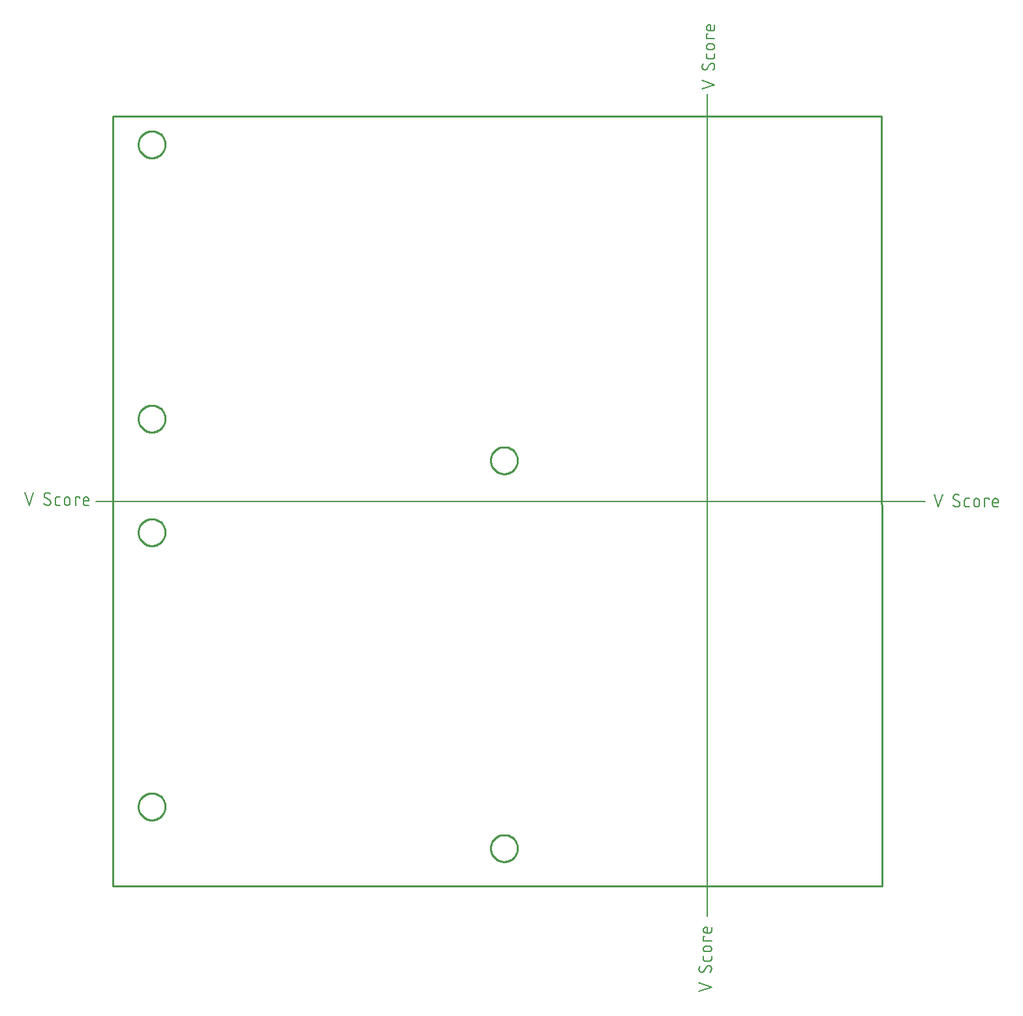
<source format=gbr>
G04 EAGLE Gerber RS-274X export*
G75*
%MOMM*%
%FSLAX34Y34*%
%LPD*%
%IN*%
%IPPOS*%
%AMOC8*
5,1,8,0,0,1.08239X$1,22.5*%
G01*
%ADD10C,0.200000*%
%ADD11C,0.152400*%
%ADD12C,0.254000*%


D10*
X-22000Y500000D02*
X1054000Y500000D01*
X772000Y1028000D02*
X772000Y-38000D01*
D11*
X777238Y-129819D02*
X760982Y-135238D01*
X760982Y-124401D02*
X777238Y-129819D01*
X777238Y-105469D02*
X777236Y-105351D01*
X777230Y-105233D01*
X777221Y-105115D01*
X777207Y-104998D01*
X777190Y-104881D01*
X777169Y-104764D01*
X777144Y-104649D01*
X777115Y-104534D01*
X777082Y-104420D01*
X777046Y-104308D01*
X777006Y-104197D01*
X776963Y-104087D01*
X776916Y-103978D01*
X776866Y-103871D01*
X776811Y-103766D01*
X776754Y-103663D01*
X776693Y-103562D01*
X776629Y-103462D01*
X776562Y-103365D01*
X776492Y-103270D01*
X776418Y-103178D01*
X776342Y-103087D01*
X776262Y-103000D01*
X776180Y-102915D01*
X776095Y-102833D01*
X776008Y-102753D01*
X775917Y-102677D01*
X775825Y-102603D01*
X775730Y-102533D01*
X775633Y-102466D01*
X775533Y-102402D01*
X775432Y-102341D01*
X775329Y-102284D01*
X775224Y-102229D01*
X775117Y-102179D01*
X775008Y-102132D01*
X774898Y-102089D01*
X774787Y-102049D01*
X774675Y-102013D01*
X774561Y-101980D01*
X774446Y-101951D01*
X774331Y-101926D01*
X774214Y-101905D01*
X774097Y-101888D01*
X773980Y-101874D01*
X773862Y-101865D01*
X773744Y-101859D01*
X773626Y-101857D01*
X777238Y-105469D02*
X777236Y-105652D01*
X777229Y-105834D01*
X777218Y-106016D01*
X777203Y-106198D01*
X777183Y-106380D01*
X777159Y-106561D01*
X777131Y-106741D01*
X777099Y-106921D01*
X777062Y-107100D01*
X777021Y-107277D01*
X776975Y-107454D01*
X776926Y-107630D01*
X776872Y-107805D01*
X776814Y-107978D01*
X776752Y-108149D01*
X776686Y-108320D01*
X776615Y-108488D01*
X776541Y-108655D01*
X776463Y-108820D01*
X776381Y-108983D01*
X776295Y-109144D01*
X776205Y-109303D01*
X776111Y-109460D01*
X776014Y-109614D01*
X775913Y-109766D01*
X775808Y-109916D01*
X775700Y-110063D01*
X775589Y-110207D01*
X775474Y-110349D01*
X775355Y-110488D01*
X775233Y-110624D01*
X775108Y-110757D01*
X774980Y-110887D01*
X764594Y-110437D02*
X764476Y-110435D01*
X764358Y-110429D01*
X764240Y-110420D01*
X764122Y-110406D01*
X764005Y-110389D01*
X763889Y-110368D01*
X763774Y-110343D01*
X763659Y-110314D01*
X763545Y-110281D01*
X763433Y-110245D01*
X763321Y-110205D01*
X763211Y-110162D01*
X763103Y-110115D01*
X762996Y-110064D01*
X762891Y-110010D01*
X762788Y-109953D01*
X762686Y-109892D01*
X762587Y-109828D01*
X762490Y-109761D01*
X762395Y-109690D01*
X762302Y-109617D01*
X762212Y-109540D01*
X762124Y-109461D01*
X762039Y-109379D01*
X761957Y-109294D01*
X761878Y-109206D01*
X761801Y-109116D01*
X761728Y-109023D01*
X761657Y-108929D01*
X761590Y-108831D01*
X761526Y-108732D01*
X761465Y-108631D01*
X761408Y-108527D01*
X761354Y-108422D01*
X761303Y-108315D01*
X761256Y-108207D01*
X761213Y-108097D01*
X761173Y-107985D01*
X761137Y-107873D01*
X761104Y-107759D01*
X761075Y-107644D01*
X761050Y-107529D01*
X761029Y-107413D01*
X761012Y-107296D01*
X760998Y-107178D01*
X760989Y-107060D01*
X760983Y-106942D01*
X760981Y-106824D01*
X760982Y-106824D02*
X760984Y-106663D01*
X760990Y-106501D01*
X760999Y-106340D01*
X761013Y-106179D01*
X761030Y-106019D01*
X761051Y-105859D01*
X761076Y-105699D01*
X761105Y-105540D01*
X761137Y-105382D01*
X761173Y-105225D01*
X761213Y-105069D01*
X761257Y-104913D01*
X761305Y-104759D01*
X761356Y-104606D01*
X761410Y-104454D01*
X761469Y-104303D01*
X761530Y-104154D01*
X761596Y-104007D01*
X761665Y-103861D01*
X761737Y-103716D01*
X761813Y-103574D01*
X761892Y-103433D01*
X761974Y-103294D01*
X762060Y-103158D01*
X762149Y-103023D01*
X762241Y-102890D01*
X762337Y-102760D01*
X767755Y-108631D02*
X767693Y-108732D01*
X767628Y-108832D01*
X767559Y-108929D01*
X767487Y-109024D01*
X767413Y-109117D01*
X767335Y-109207D01*
X767254Y-109295D01*
X767171Y-109380D01*
X767085Y-109462D01*
X766996Y-109541D01*
X766905Y-109618D01*
X766811Y-109691D01*
X766715Y-109762D01*
X766617Y-109829D01*
X766517Y-109893D01*
X766414Y-109954D01*
X766310Y-110011D01*
X766204Y-110065D01*
X766096Y-110115D01*
X765987Y-110162D01*
X765876Y-110206D01*
X765764Y-110246D01*
X765650Y-110282D01*
X765536Y-110314D01*
X765420Y-110343D01*
X765304Y-110368D01*
X765187Y-110389D01*
X765069Y-110406D01*
X764951Y-110420D01*
X764832Y-110429D01*
X764713Y-110435D01*
X764594Y-110437D01*
X770465Y-103663D02*
X770527Y-103562D01*
X770592Y-103462D01*
X770661Y-103365D01*
X770733Y-103270D01*
X770807Y-103177D01*
X770885Y-103087D01*
X770966Y-102999D01*
X771049Y-102914D01*
X771135Y-102832D01*
X771224Y-102753D01*
X771315Y-102676D01*
X771409Y-102603D01*
X771505Y-102532D01*
X771603Y-102465D01*
X771703Y-102401D01*
X771806Y-102340D01*
X771910Y-102283D01*
X772016Y-102229D01*
X772124Y-102179D01*
X772233Y-102132D01*
X772344Y-102088D01*
X772456Y-102048D01*
X772570Y-102012D01*
X772684Y-101980D01*
X772800Y-101951D01*
X772916Y-101926D01*
X773033Y-101905D01*
X773151Y-101888D01*
X773269Y-101874D01*
X773388Y-101865D01*
X773507Y-101859D01*
X773626Y-101857D01*
X770465Y-103663D02*
X767755Y-108630D01*
X777238Y-93190D02*
X777238Y-89578D01*
X777238Y-93190D02*
X777236Y-93291D01*
X777230Y-93392D01*
X777221Y-93493D01*
X777208Y-93594D01*
X777191Y-93694D01*
X777170Y-93793D01*
X777146Y-93891D01*
X777118Y-93988D01*
X777086Y-94085D01*
X777051Y-94180D01*
X777012Y-94273D01*
X776970Y-94365D01*
X776924Y-94456D01*
X776875Y-94545D01*
X776823Y-94631D01*
X776767Y-94716D01*
X776709Y-94799D01*
X776647Y-94879D01*
X776582Y-94957D01*
X776515Y-95033D01*
X776445Y-95106D01*
X776372Y-95176D01*
X776296Y-95243D01*
X776218Y-95308D01*
X776138Y-95370D01*
X776055Y-95428D01*
X775970Y-95484D01*
X775884Y-95536D01*
X775795Y-95585D01*
X775704Y-95631D01*
X775612Y-95673D01*
X775519Y-95712D01*
X775424Y-95747D01*
X775327Y-95779D01*
X775230Y-95807D01*
X775132Y-95831D01*
X775033Y-95852D01*
X774933Y-95869D01*
X774832Y-95882D01*
X774731Y-95891D01*
X774630Y-95897D01*
X774529Y-95899D01*
X769110Y-95899D01*
X769009Y-95897D01*
X768908Y-95891D01*
X768807Y-95882D01*
X768706Y-95869D01*
X768606Y-95852D01*
X768507Y-95831D01*
X768409Y-95807D01*
X768312Y-95779D01*
X768215Y-95747D01*
X768120Y-95712D01*
X768027Y-95673D01*
X767935Y-95631D01*
X767844Y-95585D01*
X767756Y-95536D01*
X767669Y-95484D01*
X767584Y-95428D01*
X767501Y-95370D01*
X767421Y-95308D01*
X767343Y-95243D01*
X767267Y-95176D01*
X767194Y-95106D01*
X767124Y-95033D01*
X767057Y-94957D01*
X766992Y-94879D01*
X766930Y-94799D01*
X766872Y-94716D01*
X766816Y-94631D01*
X766764Y-94545D01*
X766715Y-94456D01*
X766669Y-94365D01*
X766627Y-94273D01*
X766588Y-94180D01*
X766553Y-94085D01*
X766521Y-93988D01*
X766493Y-93891D01*
X766469Y-93793D01*
X766448Y-93694D01*
X766431Y-93594D01*
X766418Y-93493D01*
X766409Y-93392D01*
X766403Y-93291D01*
X766401Y-93190D01*
X766401Y-89578D01*
X770013Y-83933D02*
X773626Y-83933D01*
X770013Y-83932D02*
X769894Y-83930D01*
X769774Y-83924D01*
X769655Y-83914D01*
X769537Y-83900D01*
X769418Y-83883D01*
X769301Y-83861D01*
X769184Y-83836D01*
X769069Y-83806D01*
X768954Y-83773D01*
X768840Y-83736D01*
X768728Y-83696D01*
X768617Y-83651D01*
X768508Y-83603D01*
X768400Y-83552D01*
X768294Y-83497D01*
X768190Y-83438D01*
X768088Y-83376D01*
X767988Y-83311D01*
X767890Y-83242D01*
X767794Y-83170D01*
X767701Y-83095D01*
X767611Y-83018D01*
X767523Y-82937D01*
X767438Y-82853D01*
X767356Y-82766D01*
X767276Y-82677D01*
X767200Y-82585D01*
X767126Y-82491D01*
X767056Y-82394D01*
X766989Y-82296D01*
X766925Y-82195D01*
X766865Y-82091D01*
X766808Y-81986D01*
X766755Y-81879D01*
X766705Y-81771D01*
X766659Y-81661D01*
X766617Y-81549D01*
X766578Y-81436D01*
X766543Y-81322D01*
X766512Y-81207D01*
X766484Y-81090D01*
X766461Y-80973D01*
X766441Y-80856D01*
X766425Y-80737D01*
X766413Y-80618D01*
X766405Y-80499D01*
X766401Y-80380D01*
X766401Y-80260D01*
X766405Y-80141D01*
X766413Y-80022D01*
X766425Y-79903D01*
X766441Y-79784D01*
X766461Y-79667D01*
X766484Y-79550D01*
X766512Y-79433D01*
X766543Y-79318D01*
X766578Y-79204D01*
X766617Y-79091D01*
X766659Y-78979D01*
X766705Y-78869D01*
X766755Y-78761D01*
X766808Y-78654D01*
X766865Y-78549D01*
X766925Y-78445D01*
X766989Y-78344D01*
X767056Y-78246D01*
X767126Y-78149D01*
X767200Y-78055D01*
X767276Y-77963D01*
X767356Y-77874D01*
X767438Y-77787D01*
X767523Y-77703D01*
X767611Y-77622D01*
X767701Y-77545D01*
X767794Y-77470D01*
X767890Y-77398D01*
X767988Y-77329D01*
X768088Y-77264D01*
X768190Y-77202D01*
X768294Y-77143D01*
X768400Y-77088D01*
X768508Y-77037D01*
X768617Y-76989D01*
X768728Y-76944D01*
X768840Y-76904D01*
X768954Y-76867D01*
X769069Y-76834D01*
X769184Y-76804D01*
X769301Y-76779D01*
X769418Y-76757D01*
X769537Y-76740D01*
X769655Y-76726D01*
X769774Y-76716D01*
X769894Y-76710D01*
X770013Y-76708D01*
X773626Y-76708D01*
X773745Y-76710D01*
X773865Y-76716D01*
X773984Y-76726D01*
X774102Y-76740D01*
X774221Y-76757D01*
X774338Y-76779D01*
X774455Y-76804D01*
X774570Y-76834D01*
X774685Y-76867D01*
X774799Y-76904D01*
X774911Y-76944D01*
X775022Y-76989D01*
X775131Y-77037D01*
X775239Y-77088D01*
X775345Y-77143D01*
X775449Y-77202D01*
X775551Y-77264D01*
X775651Y-77329D01*
X775749Y-77398D01*
X775845Y-77470D01*
X775938Y-77545D01*
X776028Y-77622D01*
X776116Y-77703D01*
X776201Y-77787D01*
X776283Y-77874D01*
X776363Y-77963D01*
X776439Y-78055D01*
X776513Y-78149D01*
X776583Y-78246D01*
X776650Y-78344D01*
X776714Y-78445D01*
X776774Y-78549D01*
X776831Y-78654D01*
X776884Y-78761D01*
X776934Y-78869D01*
X776980Y-78979D01*
X777022Y-79091D01*
X777061Y-79204D01*
X777096Y-79318D01*
X777127Y-79433D01*
X777155Y-79550D01*
X777178Y-79667D01*
X777198Y-79784D01*
X777214Y-79903D01*
X777226Y-80022D01*
X777234Y-80141D01*
X777238Y-80260D01*
X777238Y-80380D01*
X777234Y-80499D01*
X777226Y-80618D01*
X777214Y-80737D01*
X777198Y-80856D01*
X777178Y-80973D01*
X777155Y-81090D01*
X777127Y-81207D01*
X777096Y-81322D01*
X777061Y-81436D01*
X777022Y-81549D01*
X776980Y-81661D01*
X776934Y-81771D01*
X776884Y-81879D01*
X776831Y-81986D01*
X776774Y-82091D01*
X776714Y-82195D01*
X776650Y-82296D01*
X776583Y-82394D01*
X776513Y-82491D01*
X776439Y-82585D01*
X776363Y-82677D01*
X776283Y-82766D01*
X776201Y-82853D01*
X776116Y-82937D01*
X776028Y-83018D01*
X775938Y-83095D01*
X775845Y-83170D01*
X775749Y-83242D01*
X775651Y-83311D01*
X775551Y-83376D01*
X775449Y-83438D01*
X775345Y-83497D01*
X775239Y-83552D01*
X775131Y-83603D01*
X775022Y-83651D01*
X774911Y-83696D01*
X774799Y-83736D01*
X774685Y-83773D01*
X774570Y-83806D01*
X774455Y-83836D01*
X774338Y-83861D01*
X774221Y-83883D01*
X774102Y-83900D01*
X773984Y-83914D01*
X773865Y-83924D01*
X773745Y-83930D01*
X773626Y-83932D01*
X777238Y-69780D02*
X766401Y-69780D01*
X766401Y-64361D01*
X768207Y-64361D01*
X777238Y-56735D02*
X777238Y-52219D01*
X777238Y-56735D02*
X777236Y-56836D01*
X777230Y-56937D01*
X777221Y-57038D01*
X777208Y-57139D01*
X777191Y-57239D01*
X777170Y-57338D01*
X777146Y-57436D01*
X777118Y-57533D01*
X777086Y-57630D01*
X777051Y-57725D01*
X777012Y-57818D01*
X776970Y-57910D01*
X776924Y-58001D01*
X776875Y-58090D01*
X776823Y-58176D01*
X776767Y-58261D01*
X776709Y-58344D01*
X776647Y-58424D01*
X776582Y-58502D01*
X776515Y-58578D01*
X776445Y-58651D01*
X776372Y-58721D01*
X776296Y-58788D01*
X776218Y-58853D01*
X776138Y-58915D01*
X776055Y-58973D01*
X775970Y-59029D01*
X775884Y-59081D01*
X775795Y-59130D01*
X775704Y-59176D01*
X775612Y-59218D01*
X775519Y-59257D01*
X775424Y-59292D01*
X775327Y-59324D01*
X775230Y-59352D01*
X775132Y-59376D01*
X775033Y-59397D01*
X774933Y-59414D01*
X774832Y-59427D01*
X774731Y-59436D01*
X774630Y-59442D01*
X774529Y-59444D01*
X770013Y-59444D01*
X769894Y-59442D01*
X769774Y-59436D01*
X769655Y-59426D01*
X769537Y-59412D01*
X769418Y-59395D01*
X769301Y-59373D01*
X769184Y-59348D01*
X769069Y-59318D01*
X768954Y-59285D01*
X768840Y-59248D01*
X768728Y-59208D01*
X768617Y-59163D01*
X768508Y-59115D01*
X768400Y-59064D01*
X768294Y-59009D01*
X768190Y-58950D01*
X768088Y-58888D01*
X767988Y-58823D01*
X767890Y-58754D01*
X767794Y-58682D01*
X767701Y-58607D01*
X767611Y-58530D01*
X767523Y-58449D01*
X767438Y-58365D01*
X767356Y-58278D01*
X767276Y-58189D01*
X767200Y-58097D01*
X767126Y-58003D01*
X767056Y-57906D01*
X766989Y-57808D01*
X766925Y-57707D01*
X766865Y-57603D01*
X766808Y-57498D01*
X766755Y-57391D01*
X766705Y-57283D01*
X766659Y-57173D01*
X766617Y-57061D01*
X766578Y-56948D01*
X766543Y-56834D01*
X766512Y-56719D01*
X766484Y-56602D01*
X766461Y-56485D01*
X766441Y-56368D01*
X766425Y-56249D01*
X766413Y-56130D01*
X766405Y-56011D01*
X766401Y-55892D01*
X766401Y-55772D01*
X766405Y-55653D01*
X766413Y-55534D01*
X766425Y-55415D01*
X766441Y-55296D01*
X766461Y-55179D01*
X766484Y-55062D01*
X766512Y-54945D01*
X766543Y-54830D01*
X766578Y-54716D01*
X766617Y-54603D01*
X766659Y-54491D01*
X766705Y-54381D01*
X766755Y-54273D01*
X766808Y-54166D01*
X766865Y-54061D01*
X766925Y-53957D01*
X766989Y-53856D01*
X767056Y-53758D01*
X767126Y-53661D01*
X767200Y-53567D01*
X767276Y-53475D01*
X767356Y-53386D01*
X767438Y-53299D01*
X767523Y-53215D01*
X767611Y-53134D01*
X767701Y-53057D01*
X767794Y-52982D01*
X767890Y-52910D01*
X767988Y-52841D01*
X768088Y-52776D01*
X768190Y-52714D01*
X768294Y-52655D01*
X768400Y-52600D01*
X768508Y-52549D01*
X768617Y-52501D01*
X768728Y-52456D01*
X768840Y-52416D01*
X768954Y-52379D01*
X769069Y-52346D01*
X769184Y-52316D01*
X769301Y-52291D01*
X769418Y-52269D01*
X769537Y-52252D01*
X769655Y-52238D01*
X769774Y-52228D01*
X769894Y-52222D01*
X770013Y-52220D01*
X770013Y-52219D02*
X771819Y-52219D01*
X771819Y-59444D01*
X764982Y1034762D02*
X781238Y1040181D01*
X764982Y1045599D01*
X781238Y1064531D02*
X781236Y1064649D01*
X781230Y1064767D01*
X781221Y1064885D01*
X781207Y1065002D01*
X781190Y1065119D01*
X781169Y1065236D01*
X781144Y1065351D01*
X781115Y1065466D01*
X781082Y1065580D01*
X781046Y1065692D01*
X781006Y1065803D01*
X780963Y1065913D01*
X780916Y1066022D01*
X780866Y1066129D01*
X780811Y1066234D01*
X780754Y1066337D01*
X780693Y1066438D01*
X780629Y1066538D01*
X780562Y1066635D01*
X780492Y1066730D01*
X780418Y1066822D01*
X780342Y1066913D01*
X780262Y1067000D01*
X780180Y1067085D01*
X780095Y1067167D01*
X780008Y1067247D01*
X779917Y1067323D01*
X779825Y1067397D01*
X779730Y1067467D01*
X779633Y1067534D01*
X779533Y1067598D01*
X779432Y1067659D01*
X779329Y1067716D01*
X779224Y1067771D01*
X779117Y1067821D01*
X779008Y1067868D01*
X778898Y1067911D01*
X778787Y1067951D01*
X778675Y1067987D01*
X778561Y1068020D01*
X778446Y1068049D01*
X778331Y1068074D01*
X778214Y1068095D01*
X778097Y1068112D01*
X777980Y1068126D01*
X777862Y1068135D01*
X777744Y1068141D01*
X777626Y1068143D01*
X781238Y1064531D02*
X781236Y1064348D01*
X781229Y1064166D01*
X781218Y1063984D01*
X781203Y1063802D01*
X781183Y1063620D01*
X781160Y1063439D01*
X781131Y1063259D01*
X781099Y1063079D01*
X781062Y1062900D01*
X781021Y1062723D01*
X780975Y1062546D01*
X780926Y1062370D01*
X780872Y1062196D01*
X780814Y1062022D01*
X780752Y1061851D01*
X780686Y1061681D01*
X780615Y1061512D01*
X780541Y1061345D01*
X780463Y1061180D01*
X780381Y1061017D01*
X780295Y1060856D01*
X780205Y1060697D01*
X780111Y1060540D01*
X780014Y1060386D01*
X779913Y1060234D01*
X779808Y1060084D01*
X779700Y1059937D01*
X779589Y1059793D01*
X779474Y1059651D01*
X779355Y1059512D01*
X779233Y1059376D01*
X779108Y1059243D01*
X778980Y1059113D01*
X768594Y1059564D02*
X768476Y1059566D01*
X768358Y1059572D01*
X768240Y1059581D01*
X768123Y1059595D01*
X768006Y1059612D01*
X767889Y1059633D01*
X767774Y1059658D01*
X767659Y1059687D01*
X767545Y1059720D01*
X767433Y1059756D01*
X767322Y1059796D01*
X767212Y1059839D01*
X767103Y1059886D01*
X766996Y1059936D01*
X766891Y1059991D01*
X766788Y1060048D01*
X766687Y1060109D01*
X766587Y1060173D01*
X766490Y1060240D01*
X766395Y1060310D01*
X766303Y1060384D01*
X766212Y1060460D01*
X766125Y1060540D01*
X766040Y1060622D01*
X765958Y1060707D01*
X765878Y1060794D01*
X765802Y1060885D01*
X765728Y1060977D01*
X765658Y1061072D01*
X765591Y1061169D01*
X765527Y1061269D01*
X765466Y1061370D01*
X765409Y1061473D01*
X765354Y1061578D01*
X765304Y1061685D01*
X765257Y1061794D01*
X765214Y1061904D01*
X765174Y1062015D01*
X765138Y1062127D01*
X765105Y1062241D01*
X765076Y1062356D01*
X765051Y1062471D01*
X765030Y1062588D01*
X765013Y1062705D01*
X764999Y1062822D01*
X764990Y1062940D01*
X764984Y1063058D01*
X764982Y1063176D01*
X764984Y1063337D01*
X764990Y1063499D01*
X764999Y1063660D01*
X765013Y1063821D01*
X765030Y1063981D01*
X765051Y1064141D01*
X765076Y1064301D01*
X765105Y1064460D01*
X765137Y1064618D01*
X765173Y1064775D01*
X765213Y1064931D01*
X765257Y1065087D01*
X765305Y1065241D01*
X765356Y1065394D01*
X765410Y1065546D01*
X765469Y1065697D01*
X765530Y1065846D01*
X765596Y1065993D01*
X765665Y1066139D01*
X765737Y1066284D01*
X765813Y1066426D01*
X765892Y1066567D01*
X765974Y1066706D01*
X766060Y1066842D01*
X766149Y1066977D01*
X766241Y1067110D01*
X766337Y1067240D01*
X771755Y1061369D02*
X771693Y1061268D01*
X771628Y1061168D01*
X771559Y1061071D01*
X771487Y1060976D01*
X771413Y1060883D01*
X771335Y1060793D01*
X771254Y1060705D01*
X771171Y1060620D01*
X771085Y1060538D01*
X770996Y1060459D01*
X770905Y1060382D01*
X770811Y1060309D01*
X770715Y1060238D01*
X770617Y1060171D01*
X770517Y1060107D01*
X770414Y1060046D01*
X770310Y1059989D01*
X770204Y1059935D01*
X770096Y1059885D01*
X769987Y1059838D01*
X769876Y1059794D01*
X769764Y1059754D01*
X769650Y1059718D01*
X769536Y1059686D01*
X769420Y1059657D01*
X769304Y1059632D01*
X769187Y1059611D01*
X769069Y1059594D01*
X768951Y1059580D01*
X768832Y1059571D01*
X768713Y1059565D01*
X768594Y1059563D01*
X774465Y1066337D02*
X774527Y1066438D01*
X774592Y1066538D01*
X774661Y1066635D01*
X774733Y1066730D01*
X774807Y1066823D01*
X774885Y1066913D01*
X774966Y1067001D01*
X775049Y1067086D01*
X775135Y1067168D01*
X775224Y1067247D01*
X775315Y1067324D01*
X775409Y1067397D01*
X775505Y1067468D01*
X775603Y1067535D01*
X775703Y1067599D01*
X775806Y1067660D01*
X775910Y1067717D01*
X776016Y1067771D01*
X776124Y1067821D01*
X776233Y1067868D01*
X776344Y1067912D01*
X776456Y1067952D01*
X776570Y1067988D01*
X776684Y1068020D01*
X776800Y1068049D01*
X776916Y1068074D01*
X777033Y1068095D01*
X777151Y1068112D01*
X777269Y1068126D01*
X777388Y1068135D01*
X777507Y1068141D01*
X777626Y1068143D01*
X774465Y1066337D02*
X771755Y1061370D01*
X781238Y1076810D02*
X781238Y1080423D01*
X781238Y1076810D02*
X781236Y1076709D01*
X781230Y1076608D01*
X781221Y1076507D01*
X781208Y1076406D01*
X781191Y1076306D01*
X781170Y1076207D01*
X781146Y1076109D01*
X781118Y1076012D01*
X781086Y1075915D01*
X781051Y1075820D01*
X781012Y1075727D01*
X780970Y1075635D01*
X780924Y1075544D01*
X780875Y1075456D01*
X780823Y1075369D01*
X780767Y1075284D01*
X780709Y1075201D01*
X780647Y1075121D01*
X780582Y1075043D01*
X780515Y1074967D01*
X780445Y1074894D01*
X780372Y1074824D01*
X780296Y1074757D01*
X780218Y1074692D01*
X780138Y1074630D01*
X780055Y1074572D01*
X779970Y1074516D01*
X779884Y1074464D01*
X779795Y1074415D01*
X779704Y1074369D01*
X779612Y1074327D01*
X779519Y1074288D01*
X779424Y1074253D01*
X779327Y1074221D01*
X779230Y1074193D01*
X779132Y1074169D01*
X779033Y1074148D01*
X778933Y1074131D01*
X778832Y1074118D01*
X778731Y1074109D01*
X778630Y1074103D01*
X778529Y1074101D01*
X773110Y1074101D01*
X773009Y1074103D01*
X772908Y1074109D01*
X772807Y1074118D01*
X772706Y1074131D01*
X772606Y1074148D01*
X772507Y1074169D01*
X772409Y1074193D01*
X772312Y1074221D01*
X772215Y1074253D01*
X772120Y1074288D01*
X772027Y1074327D01*
X771935Y1074369D01*
X771844Y1074415D01*
X771756Y1074464D01*
X771669Y1074516D01*
X771584Y1074572D01*
X771501Y1074630D01*
X771421Y1074692D01*
X771343Y1074757D01*
X771267Y1074824D01*
X771194Y1074894D01*
X771124Y1074967D01*
X771057Y1075043D01*
X770992Y1075121D01*
X770930Y1075201D01*
X770872Y1075284D01*
X770816Y1075369D01*
X770764Y1075456D01*
X770715Y1075544D01*
X770669Y1075635D01*
X770627Y1075727D01*
X770588Y1075820D01*
X770553Y1075915D01*
X770521Y1076012D01*
X770493Y1076109D01*
X770469Y1076207D01*
X770448Y1076306D01*
X770431Y1076406D01*
X770418Y1076507D01*
X770409Y1076608D01*
X770403Y1076709D01*
X770401Y1076810D01*
X770401Y1080423D01*
X774013Y1086067D02*
X777626Y1086067D01*
X774013Y1086068D02*
X773894Y1086070D01*
X773774Y1086076D01*
X773655Y1086086D01*
X773537Y1086100D01*
X773418Y1086117D01*
X773301Y1086139D01*
X773184Y1086164D01*
X773069Y1086194D01*
X772954Y1086227D01*
X772840Y1086264D01*
X772728Y1086304D01*
X772617Y1086349D01*
X772508Y1086397D01*
X772400Y1086448D01*
X772294Y1086503D01*
X772190Y1086562D01*
X772088Y1086624D01*
X771988Y1086689D01*
X771890Y1086758D01*
X771794Y1086830D01*
X771701Y1086905D01*
X771611Y1086982D01*
X771523Y1087063D01*
X771438Y1087147D01*
X771356Y1087234D01*
X771276Y1087323D01*
X771200Y1087415D01*
X771126Y1087509D01*
X771056Y1087606D01*
X770989Y1087704D01*
X770925Y1087805D01*
X770865Y1087909D01*
X770808Y1088014D01*
X770755Y1088121D01*
X770705Y1088229D01*
X770659Y1088339D01*
X770617Y1088451D01*
X770578Y1088564D01*
X770543Y1088678D01*
X770512Y1088793D01*
X770484Y1088910D01*
X770461Y1089027D01*
X770441Y1089144D01*
X770425Y1089263D01*
X770413Y1089382D01*
X770405Y1089501D01*
X770401Y1089620D01*
X770401Y1089740D01*
X770405Y1089859D01*
X770413Y1089978D01*
X770425Y1090097D01*
X770441Y1090216D01*
X770461Y1090333D01*
X770484Y1090450D01*
X770512Y1090567D01*
X770543Y1090682D01*
X770578Y1090796D01*
X770617Y1090909D01*
X770659Y1091021D01*
X770705Y1091131D01*
X770755Y1091239D01*
X770808Y1091346D01*
X770865Y1091451D01*
X770925Y1091555D01*
X770989Y1091656D01*
X771056Y1091754D01*
X771126Y1091851D01*
X771200Y1091945D01*
X771276Y1092037D01*
X771356Y1092126D01*
X771438Y1092213D01*
X771523Y1092297D01*
X771611Y1092378D01*
X771701Y1092455D01*
X771794Y1092530D01*
X771890Y1092602D01*
X771988Y1092671D01*
X772088Y1092736D01*
X772190Y1092798D01*
X772294Y1092857D01*
X772400Y1092912D01*
X772508Y1092963D01*
X772617Y1093011D01*
X772728Y1093056D01*
X772840Y1093096D01*
X772954Y1093133D01*
X773069Y1093166D01*
X773184Y1093196D01*
X773301Y1093221D01*
X773418Y1093243D01*
X773537Y1093260D01*
X773655Y1093274D01*
X773774Y1093284D01*
X773894Y1093290D01*
X774013Y1093292D01*
X777626Y1093292D01*
X777745Y1093290D01*
X777865Y1093284D01*
X777984Y1093274D01*
X778102Y1093260D01*
X778221Y1093243D01*
X778338Y1093221D01*
X778455Y1093196D01*
X778570Y1093166D01*
X778685Y1093133D01*
X778799Y1093096D01*
X778911Y1093056D01*
X779022Y1093011D01*
X779131Y1092963D01*
X779239Y1092912D01*
X779345Y1092857D01*
X779449Y1092798D01*
X779551Y1092736D01*
X779651Y1092671D01*
X779749Y1092602D01*
X779845Y1092530D01*
X779938Y1092455D01*
X780028Y1092378D01*
X780116Y1092297D01*
X780201Y1092213D01*
X780283Y1092126D01*
X780363Y1092037D01*
X780439Y1091945D01*
X780513Y1091851D01*
X780583Y1091754D01*
X780650Y1091656D01*
X780714Y1091555D01*
X780774Y1091451D01*
X780831Y1091346D01*
X780884Y1091239D01*
X780934Y1091131D01*
X780980Y1091021D01*
X781022Y1090909D01*
X781061Y1090796D01*
X781096Y1090682D01*
X781127Y1090567D01*
X781155Y1090450D01*
X781178Y1090333D01*
X781198Y1090216D01*
X781214Y1090097D01*
X781226Y1089978D01*
X781234Y1089859D01*
X781238Y1089740D01*
X781238Y1089620D01*
X781234Y1089501D01*
X781226Y1089382D01*
X781214Y1089263D01*
X781198Y1089144D01*
X781178Y1089027D01*
X781155Y1088910D01*
X781127Y1088793D01*
X781096Y1088678D01*
X781061Y1088564D01*
X781022Y1088451D01*
X780980Y1088339D01*
X780934Y1088229D01*
X780884Y1088121D01*
X780831Y1088014D01*
X780774Y1087909D01*
X780714Y1087805D01*
X780650Y1087704D01*
X780583Y1087606D01*
X780513Y1087509D01*
X780439Y1087415D01*
X780363Y1087323D01*
X780283Y1087234D01*
X780201Y1087147D01*
X780116Y1087063D01*
X780028Y1086982D01*
X779938Y1086905D01*
X779845Y1086830D01*
X779749Y1086758D01*
X779651Y1086689D01*
X779551Y1086624D01*
X779449Y1086562D01*
X779345Y1086503D01*
X779239Y1086448D01*
X779131Y1086397D01*
X779022Y1086349D01*
X778911Y1086304D01*
X778799Y1086264D01*
X778685Y1086227D01*
X778570Y1086194D01*
X778455Y1086164D01*
X778338Y1086139D01*
X778221Y1086117D01*
X778102Y1086100D01*
X777984Y1086086D01*
X777865Y1086076D01*
X777745Y1086070D01*
X777626Y1086068D01*
X781238Y1100220D02*
X770401Y1100220D01*
X770401Y1105639D01*
X772207Y1105639D01*
X781238Y1113265D02*
X781238Y1117781D01*
X781238Y1113265D02*
X781236Y1113164D01*
X781230Y1113063D01*
X781221Y1112962D01*
X781208Y1112861D01*
X781191Y1112761D01*
X781170Y1112662D01*
X781146Y1112564D01*
X781118Y1112467D01*
X781086Y1112370D01*
X781051Y1112275D01*
X781012Y1112182D01*
X780970Y1112090D01*
X780924Y1111999D01*
X780875Y1111911D01*
X780823Y1111824D01*
X780767Y1111739D01*
X780709Y1111656D01*
X780647Y1111576D01*
X780582Y1111498D01*
X780515Y1111422D01*
X780445Y1111349D01*
X780372Y1111279D01*
X780296Y1111212D01*
X780218Y1111147D01*
X780138Y1111085D01*
X780055Y1111027D01*
X779970Y1110971D01*
X779884Y1110919D01*
X779795Y1110870D01*
X779704Y1110824D01*
X779612Y1110782D01*
X779519Y1110743D01*
X779424Y1110708D01*
X779327Y1110676D01*
X779230Y1110648D01*
X779132Y1110624D01*
X779033Y1110603D01*
X778933Y1110586D01*
X778832Y1110573D01*
X778731Y1110564D01*
X778630Y1110558D01*
X778529Y1110556D01*
X774013Y1110556D01*
X773894Y1110558D01*
X773774Y1110564D01*
X773655Y1110574D01*
X773537Y1110588D01*
X773418Y1110605D01*
X773301Y1110627D01*
X773184Y1110652D01*
X773069Y1110682D01*
X772954Y1110715D01*
X772840Y1110752D01*
X772728Y1110792D01*
X772617Y1110837D01*
X772508Y1110885D01*
X772400Y1110936D01*
X772294Y1110991D01*
X772190Y1111050D01*
X772088Y1111112D01*
X771988Y1111177D01*
X771890Y1111246D01*
X771794Y1111318D01*
X771701Y1111393D01*
X771611Y1111470D01*
X771523Y1111551D01*
X771438Y1111635D01*
X771356Y1111722D01*
X771276Y1111811D01*
X771200Y1111903D01*
X771126Y1111997D01*
X771056Y1112094D01*
X770989Y1112192D01*
X770925Y1112293D01*
X770865Y1112397D01*
X770808Y1112502D01*
X770755Y1112609D01*
X770705Y1112717D01*
X770659Y1112827D01*
X770617Y1112939D01*
X770578Y1113052D01*
X770543Y1113166D01*
X770512Y1113281D01*
X770484Y1113398D01*
X770461Y1113515D01*
X770441Y1113632D01*
X770425Y1113751D01*
X770413Y1113870D01*
X770405Y1113989D01*
X770401Y1114108D01*
X770401Y1114228D01*
X770405Y1114347D01*
X770413Y1114466D01*
X770425Y1114585D01*
X770441Y1114704D01*
X770461Y1114821D01*
X770484Y1114938D01*
X770512Y1115055D01*
X770543Y1115170D01*
X770578Y1115284D01*
X770617Y1115397D01*
X770659Y1115509D01*
X770705Y1115619D01*
X770755Y1115727D01*
X770808Y1115834D01*
X770865Y1115939D01*
X770925Y1116043D01*
X770989Y1116144D01*
X771056Y1116242D01*
X771126Y1116339D01*
X771200Y1116433D01*
X771276Y1116525D01*
X771356Y1116614D01*
X771438Y1116701D01*
X771523Y1116785D01*
X771611Y1116866D01*
X771701Y1116943D01*
X771794Y1117018D01*
X771890Y1117090D01*
X771988Y1117159D01*
X772088Y1117224D01*
X772190Y1117286D01*
X772294Y1117345D01*
X772400Y1117400D01*
X772508Y1117451D01*
X772617Y1117499D01*
X772728Y1117544D01*
X772840Y1117584D01*
X772954Y1117621D01*
X773069Y1117654D01*
X773184Y1117684D01*
X773301Y1117709D01*
X773418Y1117731D01*
X773537Y1117748D01*
X773655Y1117762D01*
X773774Y1117772D01*
X773894Y1117778D01*
X774013Y1117780D01*
X774013Y1117781D02*
X775819Y1117781D01*
X775819Y1110556D01*
X1066219Y509238D02*
X1071638Y492982D01*
X1077056Y509238D01*
X1095988Y492982D02*
X1096106Y492984D01*
X1096224Y492990D01*
X1096342Y492999D01*
X1096459Y493013D01*
X1096576Y493030D01*
X1096693Y493051D01*
X1096808Y493076D01*
X1096923Y493105D01*
X1097037Y493138D01*
X1097149Y493174D01*
X1097260Y493214D01*
X1097370Y493257D01*
X1097479Y493304D01*
X1097586Y493354D01*
X1097691Y493409D01*
X1097794Y493466D01*
X1097895Y493527D01*
X1097995Y493591D01*
X1098092Y493658D01*
X1098187Y493728D01*
X1098279Y493802D01*
X1098370Y493878D01*
X1098457Y493958D01*
X1098542Y494040D01*
X1098624Y494125D01*
X1098704Y494212D01*
X1098780Y494303D01*
X1098854Y494395D01*
X1098924Y494490D01*
X1098991Y494587D01*
X1099055Y494687D01*
X1099116Y494788D01*
X1099173Y494891D01*
X1099228Y494996D01*
X1099278Y495103D01*
X1099325Y495212D01*
X1099368Y495322D01*
X1099408Y495433D01*
X1099444Y495545D01*
X1099477Y495659D01*
X1099506Y495774D01*
X1099531Y495889D01*
X1099552Y496006D01*
X1099569Y496123D01*
X1099583Y496240D01*
X1099592Y496358D01*
X1099598Y496476D01*
X1099600Y496594D01*
X1095988Y492982D02*
X1095805Y492984D01*
X1095623Y492991D01*
X1095441Y493002D01*
X1095259Y493017D01*
X1095077Y493037D01*
X1094896Y493060D01*
X1094716Y493089D01*
X1094536Y493121D01*
X1094357Y493158D01*
X1094180Y493199D01*
X1094003Y493245D01*
X1093827Y493294D01*
X1093653Y493348D01*
X1093479Y493406D01*
X1093308Y493468D01*
X1093138Y493534D01*
X1092969Y493605D01*
X1092802Y493679D01*
X1092637Y493757D01*
X1092474Y493839D01*
X1092313Y493925D01*
X1092154Y494015D01*
X1091997Y494109D01*
X1091843Y494206D01*
X1091691Y494307D01*
X1091541Y494412D01*
X1091394Y494520D01*
X1091250Y494631D01*
X1091108Y494746D01*
X1090969Y494865D01*
X1090833Y494987D01*
X1090700Y495112D01*
X1090570Y495240D01*
X1091021Y505626D02*
X1091023Y505744D01*
X1091029Y505862D01*
X1091038Y505980D01*
X1091052Y506097D01*
X1091069Y506214D01*
X1091090Y506331D01*
X1091115Y506446D01*
X1091144Y506561D01*
X1091177Y506675D01*
X1091213Y506787D01*
X1091253Y506898D01*
X1091296Y507008D01*
X1091343Y507117D01*
X1091393Y507224D01*
X1091448Y507329D01*
X1091505Y507432D01*
X1091566Y507533D01*
X1091630Y507633D01*
X1091697Y507730D01*
X1091767Y507825D01*
X1091841Y507917D01*
X1091917Y508008D01*
X1091997Y508095D01*
X1092079Y508180D01*
X1092164Y508262D01*
X1092251Y508342D01*
X1092342Y508418D01*
X1092434Y508492D01*
X1092529Y508562D01*
X1092626Y508629D01*
X1092726Y508693D01*
X1092827Y508754D01*
X1092930Y508812D01*
X1093035Y508866D01*
X1093142Y508916D01*
X1093251Y508963D01*
X1093361Y509007D01*
X1093472Y509046D01*
X1093585Y509082D01*
X1093698Y509115D01*
X1093813Y509144D01*
X1093928Y509169D01*
X1094045Y509190D01*
X1094162Y509207D01*
X1094279Y509221D01*
X1094397Y509230D01*
X1094515Y509236D01*
X1094633Y509238D01*
X1094794Y509236D01*
X1094956Y509230D01*
X1095117Y509221D01*
X1095278Y509207D01*
X1095438Y509190D01*
X1095598Y509169D01*
X1095758Y509144D01*
X1095917Y509115D01*
X1096075Y509083D01*
X1096232Y509047D01*
X1096388Y509007D01*
X1096544Y508963D01*
X1096698Y508915D01*
X1096851Y508864D01*
X1097003Y508810D01*
X1097154Y508751D01*
X1097303Y508690D01*
X1097450Y508624D01*
X1097596Y508555D01*
X1097741Y508483D01*
X1097883Y508407D01*
X1098024Y508328D01*
X1098163Y508246D01*
X1098299Y508160D01*
X1098434Y508071D01*
X1098567Y507979D01*
X1098697Y507883D01*
X1092826Y502465D02*
X1092725Y502527D01*
X1092625Y502592D01*
X1092528Y502661D01*
X1092433Y502733D01*
X1092340Y502807D01*
X1092250Y502885D01*
X1092162Y502966D01*
X1092077Y503049D01*
X1091995Y503135D01*
X1091916Y503224D01*
X1091839Y503315D01*
X1091766Y503409D01*
X1091695Y503505D01*
X1091628Y503603D01*
X1091564Y503703D01*
X1091503Y503806D01*
X1091446Y503910D01*
X1091392Y504016D01*
X1091342Y504124D01*
X1091295Y504233D01*
X1091251Y504344D01*
X1091211Y504456D01*
X1091175Y504570D01*
X1091143Y504684D01*
X1091114Y504800D01*
X1091089Y504916D01*
X1091068Y505033D01*
X1091051Y505151D01*
X1091037Y505269D01*
X1091028Y505388D01*
X1091022Y505507D01*
X1091020Y505626D01*
X1097794Y499755D02*
X1097895Y499693D01*
X1097995Y499628D01*
X1098092Y499559D01*
X1098187Y499487D01*
X1098280Y499413D01*
X1098370Y499335D01*
X1098458Y499254D01*
X1098543Y499171D01*
X1098625Y499085D01*
X1098704Y498996D01*
X1098781Y498905D01*
X1098854Y498811D01*
X1098925Y498715D01*
X1098992Y498617D01*
X1099056Y498517D01*
X1099117Y498414D01*
X1099174Y498310D01*
X1099228Y498204D01*
X1099278Y498096D01*
X1099325Y497987D01*
X1099369Y497876D01*
X1099409Y497764D01*
X1099445Y497650D01*
X1099477Y497536D01*
X1099506Y497420D01*
X1099531Y497304D01*
X1099552Y497187D01*
X1099569Y497069D01*
X1099583Y496951D01*
X1099592Y496832D01*
X1099598Y496713D01*
X1099600Y496594D01*
X1097794Y499755D02*
X1092827Y502465D01*
X1108267Y492982D02*
X1111880Y492982D01*
X1108267Y492982D02*
X1108166Y492984D01*
X1108065Y492990D01*
X1107964Y492999D01*
X1107863Y493012D01*
X1107763Y493029D01*
X1107664Y493050D01*
X1107566Y493074D01*
X1107469Y493102D01*
X1107372Y493134D01*
X1107277Y493169D01*
X1107184Y493208D01*
X1107092Y493250D01*
X1107001Y493296D01*
X1106913Y493345D01*
X1106826Y493397D01*
X1106741Y493453D01*
X1106658Y493511D01*
X1106578Y493573D01*
X1106500Y493638D01*
X1106424Y493705D01*
X1106351Y493775D01*
X1106281Y493848D01*
X1106214Y493924D01*
X1106149Y494002D01*
X1106087Y494082D01*
X1106029Y494165D01*
X1105973Y494250D01*
X1105921Y494337D01*
X1105872Y494425D01*
X1105826Y494516D01*
X1105784Y494608D01*
X1105745Y494701D01*
X1105710Y494796D01*
X1105678Y494893D01*
X1105650Y494990D01*
X1105626Y495088D01*
X1105605Y495187D01*
X1105588Y495287D01*
X1105575Y495388D01*
X1105566Y495489D01*
X1105560Y495590D01*
X1105558Y495691D01*
X1105558Y501110D01*
X1105560Y501211D01*
X1105566Y501312D01*
X1105575Y501413D01*
X1105588Y501514D01*
X1105605Y501614D01*
X1105626Y501713D01*
X1105650Y501811D01*
X1105678Y501908D01*
X1105710Y502005D01*
X1105745Y502100D01*
X1105784Y502193D01*
X1105826Y502285D01*
X1105872Y502376D01*
X1105921Y502465D01*
X1105973Y502551D01*
X1106029Y502636D01*
X1106087Y502719D01*
X1106149Y502799D01*
X1106214Y502877D01*
X1106281Y502953D01*
X1106351Y503026D01*
X1106424Y503096D01*
X1106500Y503163D01*
X1106578Y503228D01*
X1106658Y503290D01*
X1106741Y503348D01*
X1106826Y503404D01*
X1106913Y503456D01*
X1107001Y503505D01*
X1107092Y503551D01*
X1107184Y503593D01*
X1107277Y503632D01*
X1107372Y503667D01*
X1107469Y503699D01*
X1107566Y503727D01*
X1107664Y503751D01*
X1107763Y503772D01*
X1107863Y503789D01*
X1107964Y503802D01*
X1108065Y503811D01*
X1108166Y503817D01*
X1108267Y503819D01*
X1111880Y503819D01*
X1117524Y500207D02*
X1117524Y496594D01*
X1117525Y500207D02*
X1117527Y500326D01*
X1117533Y500446D01*
X1117543Y500565D01*
X1117557Y500683D01*
X1117574Y500802D01*
X1117596Y500919D01*
X1117621Y501036D01*
X1117651Y501151D01*
X1117684Y501266D01*
X1117721Y501380D01*
X1117761Y501492D01*
X1117806Y501603D01*
X1117854Y501712D01*
X1117905Y501820D01*
X1117960Y501926D01*
X1118019Y502030D01*
X1118081Y502132D01*
X1118146Y502232D01*
X1118215Y502330D01*
X1118287Y502426D01*
X1118362Y502519D01*
X1118439Y502609D01*
X1118520Y502697D01*
X1118604Y502782D01*
X1118691Y502864D01*
X1118780Y502944D01*
X1118872Y503020D01*
X1118966Y503094D01*
X1119063Y503164D01*
X1119161Y503231D01*
X1119262Y503295D01*
X1119366Y503355D01*
X1119471Y503412D01*
X1119578Y503465D01*
X1119686Y503515D01*
X1119796Y503561D01*
X1119908Y503603D01*
X1120021Y503642D01*
X1120135Y503677D01*
X1120250Y503708D01*
X1120367Y503736D01*
X1120484Y503759D01*
X1120601Y503779D01*
X1120720Y503795D01*
X1120839Y503807D01*
X1120958Y503815D01*
X1121077Y503819D01*
X1121197Y503819D01*
X1121316Y503815D01*
X1121435Y503807D01*
X1121554Y503795D01*
X1121673Y503779D01*
X1121790Y503759D01*
X1121907Y503736D01*
X1122024Y503708D01*
X1122139Y503677D01*
X1122253Y503642D01*
X1122366Y503603D01*
X1122478Y503561D01*
X1122588Y503515D01*
X1122696Y503465D01*
X1122803Y503412D01*
X1122908Y503355D01*
X1123012Y503295D01*
X1123113Y503231D01*
X1123211Y503164D01*
X1123308Y503094D01*
X1123402Y503020D01*
X1123494Y502944D01*
X1123583Y502864D01*
X1123670Y502782D01*
X1123754Y502697D01*
X1123835Y502609D01*
X1123912Y502519D01*
X1123987Y502426D01*
X1124059Y502330D01*
X1124128Y502232D01*
X1124193Y502132D01*
X1124255Y502030D01*
X1124314Y501926D01*
X1124369Y501820D01*
X1124420Y501712D01*
X1124468Y501603D01*
X1124513Y501492D01*
X1124553Y501380D01*
X1124590Y501266D01*
X1124623Y501151D01*
X1124653Y501036D01*
X1124678Y500919D01*
X1124700Y500802D01*
X1124717Y500683D01*
X1124731Y500565D01*
X1124741Y500446D01*
X1124747Y500326D01*
X1124749Y500207D01*
X1124749Y496594D01*
X1124747Y496475D01*
X1124741Y496355D01*
X1124731Y496236D01*
X1124717Y496118D01*
X1124700Y495999D01*
X1124678Y495882D01*
X1124653Y495765D01*
X1124623Y495650D01*
X1124590Y495535D01*
X1124553Y495421D01*
X1124513Y495309D01*
X1124468Y495198D01*
X1124420Y495089D01*
X1124369Y494981D01*
X1124314Y494875D01*
X1124255Y494771D01*
X1124193Y494669D01*
X1124128Y494569D01*
X1124059Y494471D01*
X1123987Y494375D01*
X1123912Y494282D01*
X1123835Y494192D01*
X1123754Y494104D01*
X1123670Y494019D01*
X1123583Y493937D01*
X1123494Y493857D01*
X1123402Y493781D01*
X1123308Y493707D01*
X1123211Y493637D01*
X1123113Y493570D01*
X1123012Y493506D01*
X1122908Y493446D01*
X1122803Y493389D01*
X1122696Y493336D01*
X1122588Y493286D01*
X1122478Y493240D01*
X1122366Y493198D01*
X1122253Y493159D01*
X1122139Y493124D01*
X1122024Y493093D01*
X1121907Y493065D01*
X1121790Y493042D01*
X1121673Y493022D01*
X1121554Y493006D01*
X1121435Y492994D01*
X1121316Y492986D01*
X1121197Y492982D01*
X1121077Y492982D01*
X1120958Y492986D01*
X1120839Y492994D01*
X1120720Y493006D01*
X1120601Y493022D01*
X1120484Y493042D01*
X1120367Y493065D01*
X1120250Y493093D01*
X1120135Y493124D01*
X1120021Y493159D01*
X1119908Y493198D01*
X1119796Y493240D01*
X1119686Y493286D01*
X1119578Y493336D01*
X1119471Y493389D01*
X1119366Y493446D01*
X1119262Y493506D01*
X1119161Y493570D01*
X1119063Y493637D01*
X1118966Y493707D01*
X1118872Y493781D01*
X1118780Y493857D01*
X1118691Y493937D01*
X1118604Y494019D01*
X1118520Y494104D01*
X1118439Y494192D01*
X1118362Y494282D01*
X1118287Y494375D01*
X1118215Y494471D01*
X1118146Y494569D01*
X1118081Y494669D01*
X1118019Y494771D01*
X1117960Y494875D01*
X1117905Y494981D01*
X1117854Y495089D01*
X1117806Y495198D01*
X1117761Y495309D01*
X1117721Y495421D01*
X1117684Y495535D01*
X1117651Y495650D01*
X1117621Y495765D01*
X1117596Y495882D01*
X1117574Y495999D01*
X1117557Y496118D01*
X1117543Y496236D01*
X1117533Y496355D01*
X1117527Y496475D01*
X1117525Y496594D01*
X1131677Y492982D02*
X1131677Y503819D01*
X1137096Y503819D01*
X1137096Y502013D01*
X1144722Y492982D02*
X1149238Y492982D01*
X1144722Y492982D02*
X1144621Y492984D01*
X1144520Y492990D01*
X1144419Y492999D01*
X1144318Y493012D01*
X1144218Y493029D01*
X1144119Y493050D01*
X1144021Y493074D01*
X1143924Y493102D01*
X1143827Y493134D01*
X1143732Y493169D01*
X1143639Y493208D01*
X1143547Y493250D01*
X1143456Y493296D01*
X1143368Y493345D01*
X1143281Y493397D01*
X1143196Y493453D01*
X1143113Y493511D01*
X1143033Y493573D01*
X1142955Y493638D01*
X1142879Y493705D01*
X1142806Y493775D01*
X1142736Y493848D01*
X1142669Y493924D01*
X1142604Y494002D01*
X1142542Y494082D01*
X1142484Y494165D01*
X1142428Y494250D01*
X1142376Y494337D01*
X1142327Y494425D01*
X1142281Y494516D01*
X1142239Y494608D01*
X1142200Y494701D01*
X1142165Y494796D01*
X1142133Y494893D01*
X1142105Y494990D01*
X1142081Y495088D01*
X1142060Y495187D01*
X1142043Y495287D01*
X1142030Y495388D01*
X1142021Y495489D01*
X1142015Y495590D01*
X1142013Y495691D01*
X1142013Y500207D01*
X1142014Y500207D02*
X1142016Y500326D01*
X1142022Y500446D01*
X1142032Y500565D01*
X1142046Y500683D01*
X1142063Y500802D01*
X1142085Y500919D01*
X1142110Y501036D01*
X1142140Y501151D01*
X1142173Y501266D01*
X1142210Y501380D01*
X1142250Y501492D01*
X1142295Y501603D01*
X1142343Y501712D01*
X1142394Y501820D01*
X1142449Y501926D01*
X1142508Y502030D01*
X1142570Y502132D01*
X1142635Y502232D01*
X1142704Y502330D01*
X1142776Y502426D01*
X1142851Y502519D01*
X1142928Y502609D01*
X1143009Y502697D01*
X1143093Y502782D01*
X1143180Y502864D01*
X1143269Y502944D01*
X1143361Y503020D01*
X1143455Y503094D01*
X1143552Y503164D01*
X1143650Y503231D01*
X1143751Y503295D01*
X1143855Y503355D01*
X1143960Y503412D01*
X1144067Y503465D01*
X1144175Y503515D01*
X1144285Y503561D01*
X1144397Y503603D01*
X1144510Y503642D01*
X1144624Y503677D01*
X1144739Y503708D01*
X1144856Y503736D01*
X1144973Y503759D01*
X1145090Y503779D01*
X1145209Y503795D01*
X1145328Y503807D01*
X1145447Y503815D01*
X1145566Y503819D01*
X1145686Y503819D01*
X1145805Y503815D01*
X1145924Y503807D01*
X1146043Y503795D01*
X1146162Y503779D01*
X1146279Y503759D01*
X1146396Y503736D01*
X1146513Y503708D01*
X1146628Y503677D01*
X1146742Y503642D01*
X1146855Y503603D01*
X1146967Y503561D01*
X1147077Y503515D01*
X1147185Y503465D01*
X1147292Y503412D01*
X1147397Y503355D01*
X1147501Y503295D01*
X1147602Y503231D01*
X1147700Y503164D01*
X1147797Y503094D01*
X1147891Y503020D01*
X1147983Y502944D01*
X1148072Y502864D01*
X1148159Y502782D01*
X1148243Y502697D01*
X1148324Y502609D01*
X1148401Y502519D01*
X1148476Y502426D01*
X1148548Y502330D01*
X1148617Y502232D01*
X1148682Y502132D01*
X1148744Y502030D01*
X1148803Y501926D01*
X1148858Y501820D01*
X1148909Y501712D01*
X1148957Y501603D01*
X1149002Y501492D01*
X1149042Y501380D01*
X1149079Y501266D01*
X1149112Y501151D01*
X1149142Y501036D01*
X1149167Y500919D01*
X1149189Y500802D01*
X1149206Y500683D01*
X1149220Y500565D01*
X1149230Y500446D01*
X1149236Y500326D01*
X1149238Y500207D01*
X1149238Y498401D01*
X1142013Y498401D01*
X-108362Y494982D02*
X-113781Y511238D01*
X-102944Y511238D02*
X-108362Y494982D01*
X-84012Y494982D02*
X-83894Y494984D01*
X-83776Y494990D01*
X-83658Y494999D01*
X-83541Y495013D01*
X-83424Y495030D01*
X-83307Y495051D01*
X-83192Y495076D01*
X-83077Y495105D01*
X-82963Y495138D01*
X-82851Y495174D01*
X-82740Y495214D01*
X-82630Y495257D01*
X-82521Y495304D01*
X-82414Y495354D01*
X-82309Y495409D01*
X-82206Y495466D01*
X-82105Y495527D01*
X-82005Y495591D01*
X-81908Y495658D01*
X-81813Y495728D01*
X-81721Y495802D01*
X-81630Y495878D01*
X-81543Y495958D01*
X-81458Y496040D01*
X-81376Y496125D01*
X-81296Y496212D01*
X-81220Y496303D01*
X-81146Y496395D01*
X-81076Y496490D01*
X-81009Y496587D01*
X-80945Y496687D01*
X-80884Y496788D01*
X-80827Y496891D01*
X-80772Y496996D01*
X-80722Y497103D01*
X-80675Y497212D01*
X-80632Y497322D01*
X-80592Y497433D01*
X-80556Y497545D01*
X-80523Y497659D01*
X-80494Y497774D01*
X-80469Y497889D01*
X-80448Y498006D01*
X-80431Y498123D01*
X-80417Y498240D01*
X-80408Y498358D01*
X-80402Y498476D01*
X-80400Y498594D01*
X-84012Y494982D02*
X-84195Y494984D01*
X-84377Y494991D01*
X-84559Y495002D01*
X-84741Y495017D01*
X-84923Y495037D01*
X-85104Y495061D01*
X-85284Y495089D01*
X-85464Y495121D01*
X-85643Y495158D01*
X-85820Y495199D01*
X-85997Y495245D01*
X-86173Y495294D01*
X-86348Y495348D01*
X-86521Y495406D01*
X-86692Y495468D01*
X-86863Y495534D01*
X-87031Y495605D01*
X-87198Y495679D01*
X-87363Y495757D01*
X-87526Y495839D01*
X-87687Y495925D01*
X-87846Y496015D01*
X-88003Y496109D01*
X-88157Y496206D01*
X-88309Y496307D01*
X-88459Y496412D01*
X-88606Y496520D01*
X-88750Y496631D01*
X-88892Y496746D01*
X-89031Y496865D01*
X-89167Y496987D01*
X-89300Y497112D01*
X-89430Y497240D01*
X-88979Y507626D02*
X-88977Y507744D01*
X-88971Y507862D01*
X-88962Y507980D01*
X-88948Y508097D01*
X-88931Y508214D01*
X-88910Y508331D01*
X-88885Y508446D01*
X-88856Y508561D01*
X-88823Y508675D01*
X-88787Y508787D01*
X-88747Y508898D01*
X-88704Y509008D01*
X-88657Y509117D01*
X-88607Y509224D01*
X-88552Y509329D01*
X-88495Y509432D01*
X-88434Y509533D01*
X-88370Y509633D01*
X-88303Y509730D01*
X-88233Y509825D01*
X-88159Y509917D01*
X-88083Y510008D01*
X-88003Y510095D01*
X-87921Y510180D01*
X-87836Y510262D01*
X-87749Y510342D01*
X-87658Y510418D01*
X-87566Y510492D01*
X-87471Y510562D01*
X-87374Y510629D01*
X-87274Y510693D01*
X-87173Y510754D01*
X-87070Y510811D01*
X-86965Y510866D01*
X-86858Y510916D01*
X-86749Y510963D01*
X-86639Y511006D01*
X-86528Y511046D01*
X-86416Y511082D01*
X-86302Y511115D01*
X-86187Y511144D01*
X-86072Y511169D01*
X-85955Y511190D01*
X-85838Y511207D01*
X-85721Y511221D01*
X-85603Y511230D01*
X-85485Y511236D01*
X-85367Y511238D01*
X-85206Y511236D01*
X-85044Y511230D01*
X-84883Y511221D01*
X-84722Y511207D01*
X-84562Y511190D01*
X-84402Y511169D01*
X-84242Y511144D01*
X-84083Y511115D01*
X-83925Y511083D01*
X-83768Y511047D01*
X-83612Y511007D01*
X-83456Y510963D01*
X-83302Y510915D01*
X-83149Y510864D01*
X-82997Y510810D01*
X-82846Y510751D01*
X-82697Y510690D01*
X-82550Y510624D01*
X-82404Y510555D01*
X-82259Y510483D01*
X-82117Y510407D01*
X-81976Y510328D01*
X-81837Y510246D01*
X-81701Y510160D01*
X-81566Y510071D01*
X-81433Y509979D01*
X-81303Y509883D01*
X-87174Y504465D02*
X-87275Y504527D01*
X-87375Y504592D01*
X-87472Y504661D01*
X-87567Y504733D01*
X-87660Y504807D01*
X-87750Y504885D01*
X-87838Y504966D01*
X-87923Y505049D01*
X-88005Y505135D01*
X-88084Y505224D01*
X-88161Y505315D01*
X-88234Y505409D01*
X-88305Y505505D01*
X-88372Y505603D01*
X-88436Y505703D01*
X-88497Y505806D01*
X-88554Y505910D01*
X-88608Y506016D01*
X-88658Y506124D01*
X-88705Y506233D01*
X-88749Y506344D01*
X-88789Y506456D01*
X-88825Y506570D01*
X-88857Y506684D01*
X-88886Y506800D01*
X-88911Y506916D01*
X-88932Y507033D01*
X-88949Y507151D01*
X-88963Y507269D01*
X-88972Y507388D01*
X-88978Y507507D01*
X-88980Y507626D01*
X-82206Y501755D02*
X-82105Y501693D01*
X-82005Y501628D01*
X-81908Y501559D01*
X-81813Y501487D01*
X-81720Y501413D01*
X-81630Y501335D01*
X-81542Y501254D01*
X-81457Y501171D01*
X-81375Y501085D01*
X-81296Y500996D01*
X-81219Y500905D01*
X-81146Y500811D01*
X-81075Y500715D01*
X-81008Y500617D01*
X-80944Y500517D01*
X-80883Y500414D01*
X-80826Y500310D01*
X-80772Y500204D01*
X-80722Y500096D01*
X-80675Y499987D01*
X-80631Y499876D01*
X-80591Y499764D01*
X-80555Y499650D01*
X-80523Y499536D01*
X-80494Y499420D01*
X-80469Y499304D01*
X-80448Y499187D01*
X-80431Y499069D01*
X-80417Y498951D01*
X-80408Y498832D01*
X-80402Y498713D01*
X-80400Y498594D01*
X-82206Y501755D02*
X-87173Y504465D01*
X-71733Y494982D02*
X-68120Y494982D01*
X-71733Y494982D02*
X-71834Y494984D01*
X-71935Y494990D01*
X-72036Y494999D01*
X-72137Y495012D01*
X-72237Y495029D01*
X-72336Y495050D01*
X-72434Y495074D01*
X-72531Y495102D01*
X-72628Y495134D01*
X-72723Y495169D01*
X-72816Y495208D01*
X-72908Y495250D01*
X-72999Y495296D01*
X-73088Y495345D01*
X-73174Y495397D01*
X-73259Y495453D01*
X-73342Y495511D01*
X-73422Y495573D01*
X-73500Y495638D01*
X-73576Y495705D01*
X-73649Y495775D01*
X-73719Y495848D01*
X-73786Y495924D01*
X-73851Y496002D01*
X-73913Y496082D01*
X-73971Y496165D01*
X-74027Y496250D01*
X-74079Y496337D01*
X-74128Y496425D01*
X-74174Y496516D01*
X-74216Y496608D01*
X-74255Y496701D01*
X-74290Y496796D01*
X-74322Y496893D01*
X-74350Y496990D01*
X-74374Y497088D01*
X-74395Y497187D01*
X-74412Y497287D01*
X-74425Y497388D01*
X-74434Y497489D01*
X-74440Y497590D01*
X-74442Y497691D01*
X-74442Y503110D01*
X-74440Y503211D01*
X-74434Y503312D01*
X-74425Y503413D01*
X-74412Y503514D01*
X-74395Y503614D01*
X-74374Y503713D01*
X-74350Y503811D01*
X-74322Y503908D01*
X-74290Y504005D01*
X-74255Y504100D01*
X-74216Y504193D01*
X-74174Y504285D01*
X-74128Y504376D01*
X-74079Y504465D01*
X-74027Y504551D01*
X-73971Y504636D01*
X-73913Y504719D01*
X-73851Y504799D01*
X-73786Y504877D01*
X-73719Y504953D01*
X-73649Y505026D01*
X-73576Y505096D01*
X-73500Y505163D01*
X-73422Y505228D01*
X-73342Y505290D01*
X-73259Y505348D01*
X-73174Y505404D01*
X-73088Y505456D01*
X-72999Y505505D01*
X-72908Y505551D01*
X-72816Y505593D01*
X-72723Y505632D01*
X-72628Y505667D01*
X-72531Y505699D01*
X-72434Y505727D01*
X-72336Y505751D01*
X-72237Y505772D01*
X-72137Y505789D01*
X-72036Y505802D01*
X-71935Y505811D01*
X-71834Y505817D01*
X-71733Y505819D01*
X-68120Y505819D01*
X-62476Y502207D02*
X-62476Y498594D01*
X-62475Y502207D02*
X-62473Y502326D01*
X-62467Y502446D01*
X-62457Y502565D01*
X-62443Y502683D01*
X-62426Y502802D01*
X-62404Y502919D01*
X-62379Y503036D01*
X-62349Y503151D01*
X-62316Y503266D01*
X-62279Y503380D01*
X-62239Y503492D01*
X-62194Y503603D01*
X-62146Y503712D01*
X-62095Y503820D01*
X-62040Y503926D01*
X-61981Y504030D01*
X-61919Y504132D01*
X-61854Y504232D01*
X-61785Y504330D01*
X-61713Y504426D01*
X-61638Y504519D01*
X-61561Y504609D01*
X-61480Y504697D01*
X-61396Y504782D01*
X-61309Y504864D01*
X-61220Y504944D01*
X-61128Y505020D01*
X-61034Y505094D01*
X-60937Y505164D01*
X-60839Y505231D01*
X-60738Y505295D01*
X-60634Y505355D01*
X-60529Y505412D01*
X-60422Y505465D01*
X-60314Y505515D01*
X-60204Y505561D01*
X-60092Y505603D01*
X-59979Y505642D01*
X-59865Y505677D01*
X-59750Y505708D01*
X-59633Y505736D01*
X-59516Y505759D01*
X-59399Y505779D01*
X-59280Y505795D01*
X-59161Y505807D01*
X-59042Y505815D01*
X-58923Y505819D01*
X-58803Y505819D01*
X-58684Y505815D01*
X-58565Y505807D01*
X-58446Y505795D01*
X-58327Y505779D01*
X-58210Y505759D01*
X-58093Y505736D01*
X-57976Y505708D01*
X-57861Y505677D01*
X-57747Y505642D01*
X-57634Y505603D01*
X-57522Y505561D01*
X-57412Y505515D01*
X-57304Y505465D01*
X-57197Y505412D01*
X-57092Y505355D01*
X-56988Y505295D01*
X-56887Y505231D01*
X-56789Y505164D01*
X-56692Y505094D01*
X-56598Y505020D01*
X-56506Y504944D01*
X-56417Y504864D01*
X-56330Y504782D01*
X-56246Y504697D01*
X-56165Y504609D01*
X-56088Y504519D01*
X-56013Y504426D01*
X-55941Y504330D01*
X-55872Y504232D01*
X-55807Y504132D01*
X-55745Y504030D01*
X-55686Y503926D01*
X-55631Y503820D01*
X-55580Y503712D01*
X-55532Y503603D01*
X-55487Y503492D01*
X-55447Y503380D01*
X-55410Y503266D01*
X-55377Y503151D01*
X-55347Y503036D01*
X-55322Y502919D01*
X-55300Y502802D01*
X-55283Y502683D01*
X-55269Y502565D01*
X-55259Y502446D01*
X-55253Y502326D01*
X-55251Y502207D01*
X-55251Y498594D01*
X-55253Y498475D01*
X-55259Y498355D01*
X-55269Y498236D01*
X-55283Y498118D01*
X-55300Y497999D01*
X-55322Y497882D01*
X-55347Y497765D01*
X-55377Y497650D01*
X-55410Y497535D01*
X-55447Y497421D01*
X-55487Y497309D01*
X-55532Y497198D01*
X-55580Y497089D01*
X-55631Y496981D01*
X-55686Y496875D01*
X-55745Y496771D01*
X-55807Y496669D01*
X-55872Y496569D01*
X-55941Y496471D01*
X-56013Y496375D01*
X-56088Y496282D01*
X-56165Y496192D01*
X-56246Y496104D01*
X-56330Y496019D01*
X-56417Y495937D01*
X-56506Y495857D01*
X-56598Y495781D01*
X-56692Y495707D01*
X-56789Y495637D01*
X-56887Y495570D01*
X-56988Y495506D01*
X-57092Y495446D01*
X-57197Y495389D01*
X-57304Y495336D01*
X-57412Y495286D01*
X-57522Y495240D01*
X-57634Y495198D01*
X-57747Y495159D01*
X-57861Y495124D01*
X-57976Y495093D01*
X-58093Y495065D01*
X-58210Y495042D01*
X-58327Y495022D01*
X-58446Y495006D01*
X-58565Y494994D01*
X-58684Y494986D01*
X-58803Y494982D01*
X-58923Y494982D01*
X-59042Y494986D01*
X-59161Y494994D01*
X-59280Y495006D01*
X-59399Y495022D01*
X-59516Y495042D01*
X-59633Y495065D01*
X-59750Y495093D01*
X-59865Y495124D01*
X-59979Y495159D01*
X-60092Y495198D01*
X-60204Y495240D01*
X-60314Y495286D01*
X-60422Y495336D01*
X-60529Y495389D01*
X-60634Y495446D01*
X-60738Y495506D01*
X-60839Y495570D01*
X-60937Y495637D01*
X-61034Y495707D01*
X-61128Y495781D01*
X-61220Y495857D01*
X-61309Y495937D01*
X-61396Y496019D01*
X-61480Y496104D01*
X-61561Y496192D01*
X-61638Y496282D01*
X-61713Y496375D01*
X-61785Y496471D01*
X-61854Y496569D01*
X-61919Y496669D01*
X-61981Y496771D01*
X-62040Y496875D01*
X-62095Y496981D01*
X-62146Y497089D01*
X-62194Y497198D01*
X-62239Y497309D01*
X-62279Y497421D01*
X-62316Y497535D01*
X-62349Y497650D01*
X-62379Y497765D01*
X-62404Y497882D01*
X-62426Y497999D01*
X-62443Y498118D01*
X-62457Y498236D01*
X-62467Y498355D01*
X-62473Y498475D01*
X-62475Y498594D01*
X-48323Y494982D02*
X-48323Y505819D01*
X-42904Y505819D01*
X-42904Y504013D01*
X-35278Y494982D02*
X-30762Y494982D01*
X-35278Y494982D02*
X-35379Y494984D01*
X-35480Y494990D01*
X-35581Y494999D01*
X-35682Y495012D01*
X-35782Y495029D01*
X-35881Y495050D01*
X-35979Y495074D01*
X-36076Y495102D01*
X-36173Y495134D01*
X-36268Y495169D01*
X-36361Y495208D01*
X-36453Y495250D01*
X-36544Y495296D01*
X-36633Y495345D01*
X-36719Y495397D01*
X-36804Y495453D01*
X-36887Y495511D01*
X-36967Y495573D01*
X-37045Y495638D01*
X-37121Y495705D01*
X-37194Y495775D01*
X-37264Y495848D01*
X-37331Y495924D01*
X-37396Y496002D01*
X-37458Y496082D01*
X-37516Y496165D01*
X-37572Y496250D01*
X-37624Y496337D01*
X-37673Y496425D01*
X-37719Y496516D01*
X-37761Y496608D01*
X-37800Y496701D01*
X-37835Y496796D01*
X-37867Y496893D01*
X-37895Y496990D01*
X-37919Y497088D01*
X-37940Y497187D01*
X-37957Y497287D01*
X-37970Y497388D01*
X-37979Y497489D01*
X-37985Y497590D01*
X-37987Y497691D01*
X-37987Y502207D01*
X-37986Y502207D02*
X-37984Y502326D01*
X-37978Y502446D01*
X-37968Y502565D01*
X-37954Y502683D01*
X-37937Y502802D01*
X-37915Y502919D01*
X-37890Y503036D01*
X-37860Y503151D01*
X-37827Y503266D01*
X-37790Y503380D01*
X-37750Y503492D01*
X-37705Y503603D01*
X-37657Y503712D01*
X-37606Y503820D01*
X-37551Y503926D01*
X-37492Y504030D01*
X-37430Y504132D01*
X-37365Y504232D01*
X-37296Y504330D01*
X-37224Y504426D01*
X-37149Y504519D01*
X-37072Y504609D01*
X-36991Y504697D01*
X-36907Y504782D01*
X-36820Y504864D01*
X-36731Y504944D01*
X-36639Y505020D01*
X-36545Y505094D01*
X-36448Y505164D01*
X-36350Y505231D01*
X-36249Y505295D01*
X-36145Y505355D01*
X-36040Y505412D01*
X-35933Y505465D01*
X-35825Y505515D01*
X-35715Y505561D01*
X-35603Y505603D01*
X-35490Y505642D01*
X-35376Y505677D01*
X-35261Y505708D01*
X-35144Y505736D01*
X-35027Y505759D01*
X-34910Y505779D01*
X-34791Y505795D01*
X-34672Y505807D01*
X-34553Y505815D01*
X-34434Y505819D01*
X-34314Y505819D01*
X-34195Y505815D01*
X-34076Y505807D01*
X-33957Y505795D01*
X-33838Y505779D01*
X-33721Y505759D01*
X-33604Y505736D01*
X-33487Y505708D01*
X-33372Y505677D01*
X-33258Y505642D01*
X-33145Y505603D01*
X-33033Y505561D01*
X-32923Y505515D01*
X-32815Y505465D01*
X-32708Y505412D01*
X-32603Y505355D01*
X-32499Y505295D01*
X-32398Y505231D01*
X-32300Y505164D01*
X-32203Y505094D01*
X-32109Y505020D01*
X-32017Y504944D01*
X-31928Y504864D01*
X-31841Y504782D01*
X-31757Y504697D01*
X-31676Y504609D01*
X-31599Y504519D01*
X-31524Y504426D01*
X-31452Y504330D01*
X-31383Y504232D01*
X-31318Y504132D01*
X-31256Y504030D01*
X-31197Y503926D01*
X-31142Y503820D01*
X-31091Y503712D01*
X-31043Y503603D01*
X-30998Y503492D01*
X-30958Y503380D01*
X-30921Y503266D01*
X-30888Y503151D01*
X-30858Y503036D01*
X-30833Y502919D01*
X-30811Y502802D01*
X-30794Y502683D01*
X-30780Y502565D01*
X-30770Y502446D01*
X-30764Y502326D01*
X-30762Y502207D01*
X-30762Y500401D01*
X-37987Y500401D01*
D12*
X0Y999238D02*
X508Y1079D01*
X998308Y1079D01*
X997800Y999238D01*
X0Y999238D01*
X525399Y49595D02*
X525325Y48459D01*
X525176Y47329D01*
X524954Y46212D01*
X524659Y45112D01*
X524293Y44033D01*
X523857Y42980D01*
X523353Y41959D01*
X522783Y40972D01*
X522150Y40025D01*
X521457Y39121D01*
X520706Y38265D01*
X519900Y37459D01*
X519044Y36708D01*
X518140Y36015D01*
X517193Y35382D01*
X516206Y34812D01*
X515185Y34308D01*
X514132Y33872D01*
X513053Y33506D01*
X511953Y33211D01*
X510836Y32989D01*
X509706Y32841D01*
X508570Y32766D01*
X507430Y32766D01*
X506294Y32841D01*
X505164Y32989D01*
X504047Y33211D01*
X502947Y33506D01*
X501868Y33872D01*
X500815Y34308D01*
X499794Y34812D01*
X498807Y35382D01*
X497860Y36015D01*
X496956Y36708D01*
X496100Y37459D01*
X495294Y38265D01*
X494543Y39121D01*
X493850Y40025D01*
X493217Y40972D01*
X492647Y41959D01*
X492143Y42980D01*
X491707Y44033D01*
X491341Y45112D01*
X491046Y46212D01*
X490824Y47329D01*
X490676Y48459D01*
X490601Y49595D01*
X490601Y50735D01*
X490676Y51871D01*
X490824Y53001D01*
X491046Y54118D01*
X491341Y55218D01*
X491707Y56297D01*
X492143Y57350D01*
X492647Y58371D01*
X493217Y59358D01*
X493850Y60305D01*
X494543Y61209D01*
X495294Y62065D01*
X496100Y62871D01*
X496956Y63622D01*
X497860Y64315D01*
X498807Y64948D01*
X499794Y65518D01*
X500815Y66022D01*
X501868Y66458D01*
X502947Y66824D01*
X504047Y67119D01*
X505164Y67341D01*
X506294Y67490D01*
X507430Y67564D01*
X508570Y67564D01*
X509706Y67490D01*
X510836Y67341D01*
X511953Y67119D01*
X513053Y66824D01*
X514132Y66458D01*
X515185Y66022D01*
X516206Y65518D01*
X517193Y64948D01*
X518140Y64315D01*
X519044Y63622D01*
X519900Y62871D01*
X520706Y62065D01*
X521457Y61209D01*
X522150Y60305D01*
X522783Y59358D01*
X523353Y58371D01*
X523857Y57350D01*
X524293Y56297D01*
X524659Y55218D01*
X524954Y54118D01*
X525176Y53001D01*
X525325Y51871D01*
X525399Y50735D01*
X525399Y49595D01*
X68199Y459170D02*
X68125Y458034D01*
X67976Y456904D01*
X67754Y455787D01*
X67459Y454687D01*
X67093Y453608D01*
X66657Y452555D01*
X66153Y451534D01*
X65583Y450547D01*
X64950Y449600D01*
X64257Y448696D01*
X63506Y447840D01*
X62700Y447034D01*
X61844Y446283D01*
X60940Y445590D01*
X59993Y444957D01*
X59006Y444387D01*
X57985Y443883D01*
X56932Y443447D01*
X55853Y443081D01*
X54753Y442786D01*
X53636Y442564D01*
X52506Y442416D01*
X51370Y442341D01*
X50230Y442341D01*
X49094Y442416D01*
X47964Y442564D01*
X46847Y442786D01*
X45747Y443081D01*
X44668Y443447D01*
X43615Y443883D01*
X42594Y444387D01*
X41607Y444957D01*
X40660Y445590D01*
X39756Y446283D01*
X38900Y447034D01*
X38094Y447840D01*
X37343Y448696D01*
X36650Y449600D01*
X36017Y450547D01*
X35447Y451534D01*
X34943Y452555D01*
X34507Y453608D01*
X34141Y454687D01*
X33846Y455787D01*
X33624Y456904D01*
X33476Y458034D01*
X33401Y459170D01*
X33401Y460310D01*
X33476Y461446D01*
X33624Y462576D01*
X33846Y463693D01*
X34141Y464793D01*
X34507Y465872D01*
X34943Y466925D01*
X35447Y467946D01*
X36017Y468933D01*
X36650Y469880D01*
X37343Y470784D01*
X38094Y471640D01*
X38900Y472446D01*
X39756Y473197D01*
X40660Y473890D01*
X41607Y474523D01*
X42594Y475093D01*
X43615Y475597D01*
X44668Y476033D01*
X45747Y476399D01*
X46847Y476694D01*
X47964Y476916D01*
X49094Y477065D01*
X50230Y477139D01*
X51370Y477139D01*
X52506Y477065D01*
X53636Y476916D01*
X54753Y476694D01*
X55853Y476399D01*
X56932Y476033D01*
X57985Y475597D01*
X59006Y475093D01*
X59993Y474523D01*
X60940Y473890D01*
X61844Y473197D01*
X62700Y472446D01*
X63506Y471640D01*
X64257Y470784D01*
X64950Y469880D01*
X65583Y468933D01*
X66153Y467946D01*
X66657Y466925D01*
X67093Y465872D01*
X67459Y464793D01*
X67754Y463693D01*
X67976Y462576D01*
X68125Y461446D01*
X68199Y460310D01*
X68199Y459170D01*
X68199Y103570D02*
X68125Y102434D01*
X67976Y101304D01*
X67754Y100187D01*
X67459Y99087D01*
X67093Y98008D01*
X66657Y96955D01*
X66153Y95934D01*
X65583Y94947D01*
X64950Y94000D01*
X64257Y93096D01*
X63506Y92240D01*
X62700Y91434D01*
X61844Y90683D01*
X60940Y89990D01*
X59993Y89357D01*
X59006Y88787D01*
X57985Y88283D01*
X56932Y87847D01*
X55853Y87481D01*
X54753Y87186D01*
X53636Y86964D01*
X52506Y86816D01*
X51370Y86741D01*
X50230Y86741D01*
X49094Y86816D01*
X47964Y86964D01*
X46847Y87186D01*
X45747Y87481D01*
X44668Y87847D01*
X43615Y88283D01*
X42594Y88787D01*
X41607Y89357D01*
X40660Y89990D01*
X39756Y90683D01*
X38900Y91434D01*
X38094Y92240D01*
X37343Y93096D01*
X36650Y94000D01*
X36017Y94947D01*
X35447Y95934D01*
X34943Y96955D01*
X34507Y98008D01*
X34141Y99087D01*
X33846Y100187D01*
X33624Y101304D01*
X33476Y102434D01*
X33401Y103570D01*
X33401Y104710D01*
X33476Y105846D01*
X33624Y106976D01*
X33846Y108093D01*
X34141Y109193D01*
X34507Y110272D01*
X34943Y111325D01*
X35447Y112346D01*
X36017Y113333D01*
X36650Y114280D01*
X37343Y115184D01*
X38094Y116040D01*
X38900Y116846D01*
X39756Y117597D01*
X40660Y118290D01*
X41607Y118923D01*
X42594Y119493D01*
X43615Y119997D01*
X44668Y120433D01*
X45747Y120799D01*
X46847Y121094D01*
X47964Y121316D01*
X49094Y121465D01*
X50230Y121539D01*
X51370Y121539D01*
X52506Y121465D01*
X53636Y121316D01*
X54753Y121094D01*
X55853Y120799D01*
X56932Y120433D01*
X57985Y119997D01*
X59006Y119493D01*
X59993Y118923D01*
X60940Y118290D01*
X61844Y117597D01*
X62700Y116846D01*
X63506Y116040D01*
X64257Y115184D01*
X64950Y114280D01*
X65583Y113333D01*
X66153Y112346D01*
X66657Y111325D01*
X67093Y110272D01*
X67459Y109193D01*
X67754Y108093D01*
X67976Y106976D01*
X68125Y105846D01*
X68199Y104710D01*
X68199Y103570D01*
X525399Y552515D02*
X525325Y551379D01*
X525176Y550249D01*
X524954Y549132D01*
X524659Y548032D01*
X524293Y546953D01*
X523857Y545900D01*
X523353Y544879D01*
X522783Y543892D01*
X522150Y542945D01*
X521457Y542041D01*
X520706Y541185D01*
X519900Y540379D01*
X519044Y539628D01*
X518140Y538935D01*
X517193Y538302D01*
X516206Y537732D01*
X515185Y537228D01*
X514132Y536792D01*
X513053Y536426D01*
X511953Y536131D01*
X510836Y535909D01*
X509706Y535761D01*
X508570Y535686D01*
X507430Y535686D01*
X506294Y535761D01*
X505164Y535909D01*
X504047Y536131D01*
X502947Y536426D01*
X501868Y536792D01*
X500815Y537228D01*
X499794Y537732D01*
X498807Y538302D01*
X497860Y538935D01*
X496956Y539628D01*
X496100Y540379D01*
X495294Y541185D01*
X494543Y542041D01*
X493850Y542945D01*
X493217Y543892D01*
X492647Y544879D01*
X492143Y545900D01*
X491707Y546953D01*
X491341Y548032D01*
X491046Y549132D01*
X490824Y550249D01*
X490676Y551379D01*
X490601Y552515D01*
X490601Y553655D01*
X490676Y554791D01*
X490824Y555921D01*
X491046Y557038D01*
X491341Y558138D01*
X491707Y559217D01*
X492143Y560270D01*
X492647Y561291D01*
X493217Y562278D01*
X493850Y563225D01*
X494543Y564129D01*
X495294Y564985D01*
X496100Y565791D01*
X496956Y566542D01*
X497860Y567235D01*
X498807Y567868D01*
X499794Y568438D01*
X500815Y568942D01*
X501868Y569378D01*
X502947Y569744D01*
X504047Y570039D01*
X505164Y570261D01*
X506294Y570410D01*
X507430Y570484D01*
X508570Y570484D01*
X509706Y570410D01*
X510836Y570261D01*
X511953Y570039D01*
X513053Y569744D01*
X514132Y569378D01*
X515185Y568942D01*
X516206Y568438D01*
X517193Y567868D01*
X518140Y567235D01*
X519044Y566542D01*
X519900Y565791D01*
X520706Y564985D01*
X521457Y564129D01*
X522150Y563225D01*
X522783Y562278D01*
X523353Y561291D01*
X523857Y560270D01*
X524293Y559217D01*
X524659Y558138D01*
X524954Y557038D01*
X525176Y555921D01*
X525325Y554791D01*
X525399Y553655D01*
X525399Y552515D01*
X68199Y962090D02*
X68125Y960954D01*
X67976Y959824D01*
X67754Y958707D01*
X67459Y957607D01*
X67093Y956528D01*
X66657Y955475D01*
X66153Y954454D01*
X65583Y953467D01*
X64950Y952520D01*
X64257Y951616D01*
X63506Y950760D01*
X62700Y949954D01*
X61844Y949203D01*
X60940Y948510D01*
X59993Y947877D01*
X59006Y947307D01*
X57985Y946803D01*
X56932Y946367D01*
X55853Y946001D01*
X54753Y945706D01*
X53636Y945484D01*
X52506Y945336D01*
X51370Y945261D01*
X50230Y945261D01*
X49094Y945336D01*
X47964Y945484D01*
X46847Y945706D01*
X45747Y946001D01*
X44668Y946367D01*
X43615Y946803D01*
X42594Y947307D01*
X41607Y947877D01*
X40660Y948510D01*
X39756Y949203D01*
X38900Y949954D01*
X38094Y950760D01*
X37343Y951616D01*
X36650Y952520D01*
X36017Y953467D01*
X35447Y954454D01*
X34943Y955475D01*
X34507Y956528D01*
X34141Y957607D01*
X33846Y958707D01*
X33624Y959824D01*
X33476Y960954D01*
X33401Y962090D01*
X33401Y963230D01*
X33476Y964366D01*
X33624Y965496D01*
X33846Y966613D01*
X34141Y967713D01*
X34507Y968792D01*
X34943Y969845D01*
X35447Y970866D01*
X36017Y971853D01*
X36650Y972800D01*
X37343Y973704D01*
X38094Y974560D01*
X38900Y975366D01*
X39756Y976117D01*
X40660Y976810D01*
X41607Y977443D01*
X42594Y978013D01*
X43615Y978517D01*
X44668Y978953D01*
X45747Y979319D01*
X46847Y979614D01*
X47964Y979836D01*
X49094Y979985D01*
X50230Y980059D01*
X51370Y980059D01*
X52506Y979985D01*
X53636Y979836D01*
X54753Y979614D01*
X55853Y979319D01*
X56932Y978953D01*
X57985Y978517D01*
X59006Y978013D01*
X59993Y977443D01*
X60940Y976810D01*
X61844Y976117D01*
X62700Y975366D01*
X63506Y974560D01*
X64257Y973704D01*
X64950Y972800D01*
X65583Y971853D01*
X66153Y970866D01*
X66657Y969845D01*
X67093Y968792D01*
X67459Y967713D01*
X67754Y966613D01*
X67976Y965496D01*
X68125Y964366D01*
X68199Y963230D01*
X68199Y962090D01*
X68199Y606490D02*
X68125Y605354D01*
X67976Y604224D01*
X67754Y603107D01*
X67459Y602007D01*
X67093Y600928D01*
X66657Y599875D01*
X66153Y598854D01*
X65583Y597867D01*
X64950Y596920D01*
X64257Y596016D01*
X63506Y595160D01*
X62700Y594354D01*
X61844Y593603D01*
X60940Y592910D01*
X59993Y592277D01*
X59006Y591707D01*
X57985Y591203D01*
X56932Y590767D01*
X55853Y590401D01*
X54753Y590106D01*
X53636Y589884D01*
X52506Y589736D01*
X51370Y589661D01*
X50230Y589661D01*
X49094Y589736D01*
X47964Y589884D01*
X46847Y590106D01*
X45747Y590401D01*
X44668Y590767D01*
X43615Y591203D01*
X42594Y591707D01*
X41607Y592277D01*
X40660Y592910D01*
X39756Y593603D01*
X38900Y594354D01*
X38094Y595160D01*
X37343Y596016D01*
X36650Y596920D01*
X36017Y597867D01*
X35447Y598854D01*
X34943Y599875D01*
X34507Y600928D01*
X34141Y602007D01*
X33846Y603107D01*
X33624Y604224D01*
X33476Y605354D01*
X33401Y606490D01*
X33401Y607630D01*
X33476Y608766D01*
X33624Y609896D01*
X33846Y611013D01*
X34141Y612113D01*
X34507Y613192D01*
X34943Y614245D01*
X35447Y615266D01*
X36017Y616253D01*
X36650Y617200D01*
X37343Y618104D01*
X38094Y618960D01*
X38900Y619766D01*
X39756Y620517D01*
X40660Y621210D01*
X41607Y621843D01*
X42594Y622413D01*
X43615Y622917D01*
X44668Y623353D01*
X45747Y623719D01*
X46847Y624014D01*
X47964Y624236D01*
X49094Y624385D01*
X50230Y624459D01*
X51370Y624459D01*
X52506Y624385D01*
X53636Y624236D01*
X54753Y624014D01*
X55853Y623719D01*
X56932Y623353D01*
X57985Y622917D01*
X59006Y622413D01*
X59993Y621843D01*
X60940Y621210D01*
X61844Y620517D01*
X62700Y619766D01*
X63506Y618960D01*
X64257Y618104D01*
X64950Y617200D01*
X65583Y616253D01*
X66153Y615266D01*
X66657Y614245D01*
X67093Y613192D01*
X67459Y612113D01*
X67754Y611013D01*
X67976Y609896D01*
X68125Y608766D01*
X68199Y607630D01*
X68199Y606490D01*
M02*

</source>
